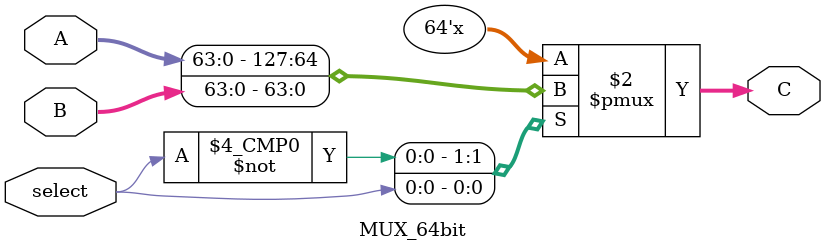
<source format=v>
`timescale 1ns / 1ps


module MUX_64bit(A, B, C, select);
    input [63:0] A, B;
    output reg [63:0] C;
    input select;
   
    always @ (A, B, select)
    begin 
        case (select)
            0: C = A;
            1: C = B;
        endcase
    end
endmodule


</source>
